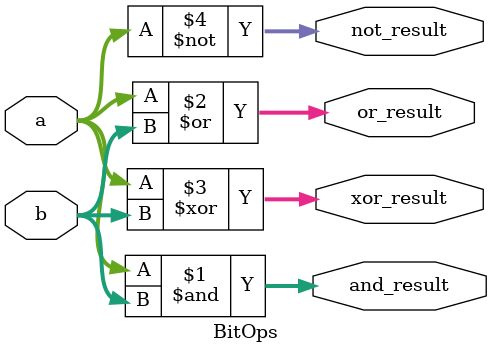
<source format=sv>

module BitOps (
    input [7:0] a,
    input [7:0] b,
    output [7:0] and_result,
    output [7:0] or_result,
    output [7:0] xor_result,
    output [7:0] not_result
);

    assign and_result = (a & b);
    assign or_result = (a | b);
    assign xor_result = (a ^ b);
    assign not_result = ~a;

endmodule

</source>
